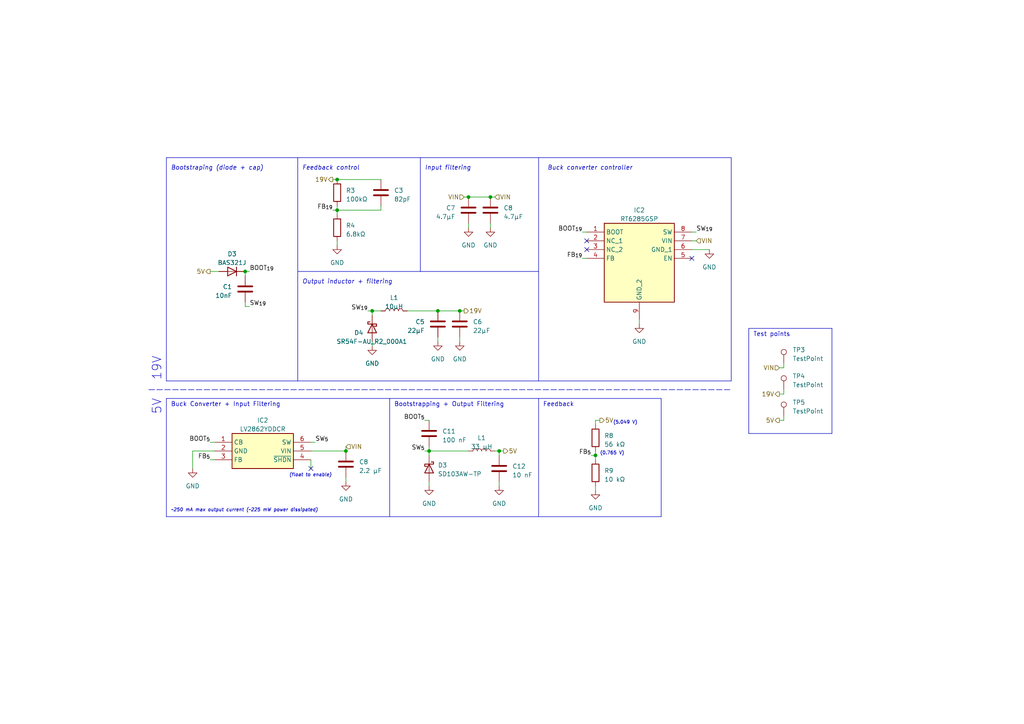
<source format=kicad_sch>
(kicad_sch (version 20230121) (generator eeschema)
  (paper "A4")
  (title_block (title "Buck Convertors") (date "2023-11-17") (rev "v1") (company "UT RoboMasters"))
  (lib_symbols
    (symbol "Connector:TestPoint" (pin_numbers hide) (pin_names (offset 0.762) hide)
      (property "Reference" "TP" (at 0 6.858 0))
      (property "Value" "TestPoint" (at 0 5.08 0))
      (symbol "TestPoint_0_1"
        (circle (center 0 3.302) (radius 0.762))
      )
      (symbol "TestPoint_1_1"
        (pin passive line (at 0 0 90) (length 2.54) (name "1") (number "1"))
      )
    )
    (symbol "Device:C" (pin_numbers hide) (pin_names (offset 0.254))
      (property "Reference" "C" (at 0.635 2.54 0))
      (property "Value" "C" (at 0.635 -2.54 0))
      (symbol "C_0_1"
        (polyline (pts (xy -2.032 -0.762) (xy 2.032 -0.762)) (stroke (width 0.508)))
        (polyline (pts (xy -2.032 0.762) (xy 2.032 0.762)) (stroke (width 0.508)))
      )
      (symbol "C_1_1"
        (pin passive line (at 0 3.81 270) (length 2.794) (name "~") (number "1"))
        (pin passive line (at 0 -3.81 90) (length 2.794) (name "~") (number "2"))
      )
    )
    (symbol "Device:D" (pin_numbers hide) (pin_names (offset 1.016) hide)
      (property "Reference" "D" (at 0 2.54 0))
      (property "Value" "D" (at 0 -2.54 0))
      (symbol "D_0_1"
        (polyline (pts (xy -1.27 1.27) (xy -1.27 -1.27)) (stroke (width 0.254)))
        (polyline (pts (xy 1.27 0) (xy -1.27 0)))
        (polyline (pts (xy 1.27 1.27) (xy 1.27 -1.27) (xy -1.27 0) (xy 1.27 1.27)) (stroke (width 0.254)))
      )
      (symbol "D_1_1"
        (pin passive line (at -3.81 0 0) (length 2.54) (name "K") (number "1"))
        (pin passive line (at 3.81 0 180) (length 2.54) (name "A") (number "2"))
      )
    )
    (symbol "Device:D_Schottky" (pin_numbers hide) (pin_names (offset 1.016) hide)
      (property "Reference" "D" (at 0 2.54 0))
      (property "Value" "D_Schottky" (at 0 -2.54 0))
      (symbol "D_Schottky_0_1"
        (polyline (pts (xy 1.27 0) (xy -1.27 0)))
        (polyline (pts (xy 1.27 1.27) (xy 1.27 -1.27) (xy -1.27 0) (xy 1.27 1.27)) (stroke (width 0.254)))
        (polyline (pts (xy -1.905 0.635) (xy -1.905 1.27) (xy -1.27 1.27) (xy -1.27 -1.27) (xy -0.635 -1.27) (xy -0.635 -0.635)) (stroke (width 0.254)))
      )
      (symbol "D_Schottky_1_1"
        (pin passive line (at -3.81 0 0) (length 2.54) (name "K") (number "1"))
        (pin passive line (at 3.81 0 180) (length 2.54) (name "A") (number "2"))
      )
    )
    (symbol "Device:L" (pin_numbers hide) (pin_names (offset 1.016) hide)
      (property "Reference" "L" (at -1.27 0 90))
      (property "Value" "L" (at 1.905 0 90))
      (symbol "L_0_1"
        (arc (start 0 -2.54) (mid 0.6323 -1.905) (end 0 -1.27))
        (arc (start 0 -1.27) (mid 0.6323 -0.635) (end 0 0))
        (arc (start 0 0) (mid 0.6323 0.635) (end 0 1.27))
        (arc (start 0 1.27) (mid 0.6323 1.905) (end 0 2.54))
      )
      (symbol "L_1_1"
        (pin passive line (at 0 3.81 270) (length 1.27) (name "1") (number "1"))
        (pin passive line (at 0 -3.81 90) (length 1.27) (name "2") (number "2"))
      )
    )
    (symbol "Device:R" (pin_numbers hide) (pin_names (offset 0))
      (property "Reference" "R" (at 2.032 0 90))
      (property "Value" "R" (at 0 0 90))
      (symbol "R_0_1"
        (rectangle (start -1.016 -2.54) (end 1.016 2.54) (stroke (width 0.254)))
      )
      (symbol "R_1_1"
        (pin passive line (at 0 3.81 270) (length 1.27) (name "~") (number "1"))
        (pin passive line (at 0 -3.81 90) (length 1.27) (name "~") (number "2"))
      )
    )
    (symbol "Robomaster_Library:RT6285GSP"
      (property "Reference" "IC" (at 26.67 7.62 0))
      (property "Value" "RT6285GSP" (at 26.67 5.08 0))
      (symbol "RT6285GSP_1_1"
        (rectangle (start 5.08 2.54) (end 25.4 -20.32) (stroke (width 0.254)) (fill (type background)))
        (pin passive line (at 0 0 0) (length 5.08) (name "BOOT") (number "1"))
        (pin passive line (at 0 -2.54 0) (length 5.08) (name "NC_1") (number "2"))
        (pin passive line (at 0 -5.08 0) (length 5.08) (name "NC_2") (number "3"))
        (pin passive line (at 0 -7.62 0) (length 5.08) (name "FB") (number "4"))
        (pin passive line (at 30.48 -7.62 180) (length 5.08) (name "EN") (number "5"))
        (pin passive line (at 30.48 -5.08 180) (length 5.08) (name "GND_1") (number "6"))
        (pin passive line (at 30.48 -2.54 180) (length 5.08) (name "VIN") (number "7"))
        (pin passive line (at 30.48 0 180) (length 5.08) (name "SW") (number "8"))
        (pin passive line (at 15.24 -25.4 90) (length 5.08) (name "GND_2") (number "9"))
      )
    )
    (symbol "_LHRE_ICs:LV2862YDDCR"
      (property "Reference" "IC" (at 24.13 7.62 0))
      (property "Value" "LV2862YDDCR" (at 24.13 5.08 0))
      (symbol "LV2862YDDCR_1_1"
        (rectangle (start 5.08 2.54) (end 22.86 -7.62) (stroke (width 0.254)) (fill (type background)))
        (pin passive line (at 0 0 0) (length 5.08) (name "CB") (number "1"))
        (pin passive line (at 0 -2.54 0) (length 5.08) (name "GND") (number "2"))
        (pin passive line (at 0 -5.08 0) (length 5.08) (name "FB") (number "3"))
        (pin passive line (at 27.94 -5.08 180) (length 5.08) (name "~{SHDN}") (number "4"))
        (pin passive line (at 27.94 -2.54 180) (length 5.08) (name "VIN") (number "5"))
        (pin passive line (at 27.94 0 180) (length 5.08) (name "SW") (number "6"))
      )
    )
    (symbol "power:GND" (power) (pin_names (offset 0))
      (property "Value" "GND" (at 0 -3.81 0))
      (symbol "GND_0_1"
        (polyline (pts (xy 0 0) (xy 0 -1.27) (xy 1.27 -1.27) (xy 0 -2.54) (xy -1.27 -1.27) (xy 0 -1.27)))
      )
      (symbol "GND_1_1"
        (pin power_in line (at 0 0 270) (length 0) hide (name "GND") (number "1"))
      )
    )
  )
  (junction (at 100.33 130.81))
  (junction (at 127 90.17))
  (junction (at 135.89 57.15))
  (junction (at 97.79 60.96))
  (junction (at 71.12 78.74))
  (junction (at 144.78 130.81))
  (junction (at 107.95 90.17))
  (junction (at 142.24 57.15))
  (junction (at 97.79 52.07))
  (junction (at 172.72 132.08))
  (junction (at 124.46 130.81))
  (junction (at 133.35 90.17))
  (no_connect (at 170.18 69.85))
  (no_connect (at 90.17 135.89))
  (no_connect (at 200.66 74.93))
  (no_connect (at 170.18 72.39))
  (wire (pts (xy 60.96 128.27) (xy 62.23 128.27)))
  (polyline (pts (xy 48.26 45.72) (xy 48.26 110.49)))
  (polyline (pts (xy 217.17 95.25) (xy 217.17 125.73)))
  (wire (pts (xy 90.17 135.89) (xy 90.17 133.35)))
  (wire (pts (xy 90.17 128.27) (xy 91.44 128.27)))
  (wire (pts (xy 110.49 52.07) (xy 97.79 52.07)))
  (wire (pts (xy 110.49 60.96) (xy 110.49 59.69)))
  (wire (pts (xy 71.12 80.01) (xy 71.12 78.74)))
  (wire (pts (xy 60.96 133.35) (xy 62.23 133.35)))
  (polyline (pts (xy 241.3 95.25) (xy 241.3 125.73)))
  (polyline (pts (xy 212.09 45.72) (xy 212.09 110.49)))
  (wire (pts (xy 227.33 105.41) (xy 227.33 106.68)))
  (wire (pts (xy 142.24 57.15) (xy 143.51 57.15)))
  (wire (pts (xy 133.35 90.17) (xy 134.62 90.17)))
  (wire (pts (xy 185.42 92.71) (xy 185.42 93.98)))
  (wire (pts (xy 171.45 132.08) (xy 172.72 132.08)))
  (wire (pts (xy 124.46 129.54) (xy 124.46 130.81)))
  (wire (pts (xy 134.62 57.15) (xy 135.89 57.15)))
  (polyline (pts (xy 191.77 115.57) (xy 191.77 149.86)))
  (wire (pts (xy 106.68 90.17) (xy 107.95 90.17)))
  (wire (pts (xy 135.89 64.77) (xy 135.89 66.04)))
  (polyline (pts (xy 121.92 45.72) (xy 121.92 78.74)))
  (wire (pts (xy 127 90.17) (xy 133.35 90.17)))
  (wire (pts (xy 200.66 67.31) (xy 201.93 67.31)))
  (wire (pts (xy 143.51 130.81) (xy 144.78 130.81)))
  (polyline (pts (xy 86.36 45.72) (xy 86.36 110.49)))
  (wire (pts (xy 123.19 130.81) (xy 124.46 130.81)))
  (polyline (pts (xy 43.18 113.03) (xy 212.09 113.03)) (stroke (width 0) (type dash)))
  (wire (pts (xy 100.33 138.43) (xy 100.33 139.7)))
  (wire (pts (xy 227.33 121.92) (xy 226.06 121.92)))
  (wire (pts (xy 200.66 69.85) (xy 201.93 69.85)))
  (wire (pts (xy 124.46 130.81) (xy 135.89 130.81)))
  (wire (pts (xy 63.5 78.74) (xy 60.96 78.74)))
  (wire (pts (xy 227.33 113.03) (xy 227.33 114.3)))
  (wire (pts (xy 227.33 114.3) (xy 226.06 114.3)))
  (wire (pts (xy 97.79 60.96) (xy 97.79 62.23)))
  (polyline (pts (xy 48.26 115.57) (xy 48.26 149.86)))
  (polyline (pts (xy 113.03 115.57) (xy 113.03 149.86)))
  (wire (pts (xy 107.95 90.17) (xy 110.49 90.17)))
  (wire (pts (xy 124.46 130.81) (xy 124.46 132.08)))
  (wire (pts (xy 97.79 60.96) (xy 97.79 59.69)))
  (wire (pts (xy 118.11 90.17) (xy 127 90.17)))
  (polyline (pts (xy 191.77 149.86) (xy 48.26 149.86)))
  (polyline (pts (xy 48.26 45.72) (xy 212.09 45.72)))
  (wire (pts (xy 135.89 57.15) (xy 142.24 57.15)))
  (polyline (pts (xy 86.36 78.74) (xy 156.21 78.74)))
  (wire (pts (xy 133.35 97.79) (xy 133.35 99.06)))
  (wire (pts (xy 107.95 90.17) (xy 107.95 91.44)))
  (wire (pts (xy 71.12 88.9) (xy 71.12 87.63)))
  (wire (pts (xy 124.46 139.7) (xy 124.46 140.97)))
  (wire (pts (xy 100.33 129.54) (xy 100.33 130.81)))
  (wire (pts (xy 144.78 139.7) (xy 144.78 140.97)))
  (wire (pts (xy 97.79 69.85) (xy 97.79 71.12)))
  (wire (pts (xy 123.19 121.92) (xy 124.46 121.92)))
  (wire (pts (xy 227.33 106.68) (xy 226.06 106.68)))
  (wire (pts (xy 96.52 60.96) (xy 97.79 60.96)))
  (wire (pts (xy 107.95 99.06) (xy 107.95 100.33)))
  (polyline (pts (xy 156.21 115.57) (xy 156.21 149.86)))
  (wire (pts (xy 172.72 130.81) (xy 172.72 132.08)))
  (wire (pts (xy 96.52 52.07) (xy 97.79 52.07)))
  (polyline (pts (xy 212.09 110.49) (xy 48.26 110.49)))
  (wire (pts (xy 72.39 78.74) (xy 71.12 78.74)))
  (wire (pts (xy 227.33 120.65) (xy 227.33 121.92)))
  (polyline (pts (xy 217.17 95.25) (xy 241.3 95.25)))
  (wire (pts (xy 200.66 72.39) (xy 205.74 72.39)))
  (wire (pts (xy 172.72 121.92) (xy 172.72 123.19)))
  (wire (pts (xy 173.99 121.92) (xy 172.72 121.92)))
  (wire (pts (xy 55.88 130.81) (xy 55.88 135.89)))
  (wire (pts (xy 168.91 74.93) (xy 170.18 74.93)))
  (polyline (pts (xy 241.3 125.73) (xy 217.17 125.73)))
  (wire (pts (xy 127 97.79) (xy 127 99.06)))
  (polyline (pts (xy 48.26 115.57) (xy 191.77 115.57)))
  (wire (pts (xy 172.72 132.08) (xy 172.72 133.35)))
  (wire (pts (xy 90.17 130.81) (xy 100.33 130.81)))
  (polyline (pts (xy 156.21 45.72) (xy 156.21 110.49)))
  (wire (pts (xy 168.91 67.31) (xy 170.18 67.31)))
  (wire (pts (xy 62.23 130.81) (xy 55.88 130.81)))
  (wire (pts (xy 97.79 60.96) (xy 110.49 60.96)))
  (wire (pts (xy 142.24 64.77) (xy 142.24 66.04)))
  (wire (pts (xy 172.72 140.97) (xy 172.72 142.24)))
  (wire (pts (xy 144.78 130.81) (xy 144.78 132.08)))
  (wire (pts (xy 72.39 88.9) (xy 71.12 88.9)))
  (wire (pts (xy 144.78 130.81) (xy 146.05 130.81)))
  (text "(float to enable)" (at 83.82 138.43 0) (effects (font (size 0.96 0.96) italic) (justify left bottom)))
  (text "Buck converter controller" (at 158.75 49.53 0) (effects (font (size 1.27 1.27) italic) (justify left bottom)))
  (text "5V" (at 46.99 115.57 90) (effects (font (size 2.54 2.54)) (justify right bottom)))
  (text "Output inductor + filtering" (at 87.63 82.55 0) (effects (font (size 1.27 1.27) italic) (justify left bottom)))
  (text "19V" (at 46.99 110.49 90) (effects (font (size 2.54 2.54)) (justify left bottom)))
  (text "(5.049 V)" (at 177.8 123.19 0) (effects (font (size 0.96 0.96)) (justify left bottom)))
  (text "Bootstraping (diode + cap)" (at 49.53 49.53 0) (effects (font (size 1.27 1.27) italic) (justify left bottom)))
  (text "Bootstrapping + Output Filtering" (at 114.3 118.11 0) (effects (font (size 1.27 1.27)) (justify left bottom)))
  (text "Input filtering" (at 123.19 49.53 0) (effects (font (size 1.27 1.27) italic) (justify left bottom)))
  (text "Feedback control" (at 87.63 49.53 0) (effects (font (size 1.27 1.27) italic) (justify left bottom)))
  (text "Feedback" (at 157.48 118.11 0) (effects (font (size 1.27 1.27)) (justify left bottom)))
  (text "Buck Converter + Input Filtering" (at 49.53 118.11 0) (effects (font (size 1.27 1.27)) (justify left bottom)))
  (text "(0.765 V)" (at 173.99 132.08 0) (effects (font (size 0.96 0.96)) (justify left bottom)))
  (text "Test points" (at 218.44 97.79 0) (effects (font (size 1.27 1.27)) (justify left bottom)))
  (text "~250 mA max output current (~225 mW power dissipated)" (at 49.53 148.59 0) (effects (font (size 0.96 0.96) italic) (justify left bottom)))
  (label "BOOT_{5}" (at 123.19 121.92 180))
  (label "BOOT_{19}" (at 168.91 67.31 180))
  (label "FB_{19}" (at 96.52 60.96 180))
  (label "SW_{19}" (at 72.39 88.9 0))
  (label "SW_{19}" (at 106.68 90.17 180))
  (label "FB_{5}" (at 171.45 132.08 180))
  (label "SW_{19}" (at 201.93 67.31 0))
  (label "BOOT_{19}" (at 72.39 78.74 0))
  (label "SW_{5}" (at 91.44 128.27 0))
  (label "BOOT_{5}" (at 60.96 128.27 180))
  (label "FB_{5}" (at 60.96 133.35 180))
  (label "SW_{5}" (at 123.19 130.81 180))
  (label "FB_{19}" (at 168.91 74.93 180))
  (hierarchical_label "VIN" (shape input) (at 134.62 57.15 180))
  (hierarchical_label "5V" (shape output) (at 146.05 130.81 0))
  (hierarchical_label "VIN" (shape input) (at 100.33 129.54 0))
  (hierarchical_label "5V" (shape output) (at 173.99 121.92 0))
  (hierarchical_label "19V" (shape output) (at 134.62 90.17 0))
  (hierarchical_label "VIN" (shape input) (at 201.93 69.85 0))
  (hierarchical_label "19V" (shape output) (at 96.52 52.07 180))
  (hierarchical_label "19V" (shape output) (at 226.06 114.3 180))
  (hierarchical_label "5V" (shape output) (at 226.06 121.92 180))
  (hierarchical_label "VIN" (shape input) (at 226.06 106.68 180))
  (hierarchical_label "VIN" (shape input) (at 143.51 57.15 0))
  (hierarchical_label "5V" (shape output) (at 60.96 78.74 180))
  (symbol (lib_id "Robomaster_Library:RT6285GSP") (at 170.18 67.31 0) (unit 1)
    (property "Reference" "IC2" (at 185.42 60.96 0))
    (property "Value" "RT6285GSP" (at 185.42 63.5 0))
    (property "Footprint" "Robomaster_ICs:SOIC127P600X175-9N" (effects hide))
    (property "Datasheet" "https://www.richtek.com/assets/product_file/RT6285/DS6285-00.pdf" (effects hide))
    (property "Height" "1.753" (effects hide))
    (property "Mouser Part Number" "835-RT6285GSP" (effects hide))
    (property "Mouser Price/Stock" "https://www.mouser.co.uk/ProductDetail/Richtek/RT6285GSP?qs=amGC7iS6iy9ag0U80PgEbw%3D%3D" (effects hide))
    (property "Manufacturer_Name" "RICHTEK" (effects hide))
    (property "Manufacturer_Part_Number" "RT6285GSP" (effects hide))
  )
  (symbol (lib_id "power:GND") (at 135.89 66.04 0) (unit 1)
    (property "Reference" "#PWR027" (effects hide))
    (property "Value" "GND" (at 135.89 71.12 0))
  )
  (symbol (lib_id "Device:C") (at 142.24 60.96 0) (unit 1)
    (property "Reference" "C8" (at 146.05 60.325 0) (effects (justify left)))
    (property "Value" "4.7µF" (at 146.05 62.865 0) (effects (justify left)))
    (property "Footprint" "Capacitor_SMD:C_0603_1608Metric_Pad1.08x0.95mm_HandSolder" (effects hide))
    (property "Datasheet" "https://www.mouser.com/datasheet/2/281/1/GRT188R6YA475KE13_01A-3158664.pdf" (effects hide))
  )
  (symbol (lib_id "Device:C") (at 110.49 55.88 0) (unit 1)
    (property "Reference" "C3" (at 114.3 55.245 0) (effects (justify left)))
    (property "Value" "82pF" (at 114.3 57.785 0) (effects (justify left)))
    (property "Footprint" "Capacitor_SMD:C_0603_1608Metric_Pad1.08x0.95mm_HandSolder" (effects hide))
    (property "Datasheet" "https://www.mouser.com/datasheet/2/281/1/GCM1885C2A820JA16_01A-3143285.pdf" (effects hide))
  )
  (symbol (lib_id "Device:R") (at 97.79 66.04 0) (unit 1)
    (property "Reference" "R4" (at 100.33 65.405 0) (effects (justify left)))
    (property "Value" "6.8kΩ" (at 100.33 67.945 0) (effects (justify left)))
    (property "Footprint" "Resistor_SMD:R_0603_1608Metric_Pad0.98x0.95mm_HandSolder" (effects hide))
  )
  (symbol (lib_id "Device:D_Schottky") (at 107.95 95.25 90) (mirror x) (unit 1)
    (property "Reference" "D4" (at 105.41 96.52 90) (effects (justify left)))
    (property "Value" "SR54F-AU_R2_000A1" (at 118.11 99.06 90) (effects (justify left)))
    (property "Footprint" "Robomaster_ICs:SODFL5336X110N" (effects hide))
    (property "Sim.Device" "D" (effects hide))
    (property "Sim.Pins" "1=K 2=A" (effects hide))
  )
  (symbol (lib_id "Device:L") (at 114.3 90.17 90) (unit 1)
    (property "Reference" "L1" (at 114.3 86.36 90))
    (property "Value" "10µH" (at 114.3 88.9 90))
    (property "Footprint" "Robomaster_ICs:MPLAL6060100" (effects hide))
    (property "Datasheet" "https://www.mouser.com/datasheet/2/277/MPL_AL6060_100-2946374.pdf" (effects hide))
  )
  (symbol (lib_id "power:GND") (at 124.46 140.97 0) (unit 1)
    (property "Reference" "#PWR038" (effects hide))
    (property "Value" "GND" (at 124.46 146.05 0))
    (instances (project "UnsprungDynamicsModule" (path "" (reference "#PWR038") (unit 1))) (project "Chassis" (path "" (reference "#PWR024") (unit 1))))
  )
  (symbol (lib_id "Device:C") (at 71.12 83.82 0) (mirror y) (unit 1)
    (property "Reference" "C1" (at 67.31 83.185 0) (effects (justify left)))
    (property "Value" "10nF" (at 67.31 85.725 0) (effects (justify left)))
    (property "Footprint" "Capacitor_SMD:C_0603_1608Metric_Pad1.08x0.95mm_HandSolder" (effects hide))
    (property "Datasheet" "https://www.mouser.com/datasheet/2/447/KEM_C1002_X7R_SMD-3316098.pdf" (effects hide))
  )
  (symbol (lib_id "Device:R") (at 172.72 127 180) (unit 1)
    (property "Reference" "R8" (at 175.26 126.365 0) (effects (justify right)))
    (property "Value" "56 kΩ" (at 175.26 128.905 0) (effects (justify right)))
    (property "Footprint" "Resistor_SMD:R_0603_1608Metric_Pad0.98x0.95mm_HandSolder" (effects hide))
    (instances (project "UnsprungDynamicsModule" (path "" (reference "R8") (unit 1))) (project "Chassis" (path "" (reference "R5") (unit 1))))
  )
  (symbol (lib_id "power:GND") (at 144.78 140.97 0) (unit 1)
    (property "Reference" "#PWR039" (effects hide))
    (property "Value" "GND" (at 144.78 146.05 0))
    (instances (project "UnsprungDynamicsModule" (path "" (reference "#PWR039") (unit 1))) (project "Chassis" (path "" (reference "#PWR029") (unit 1))))
  )
  (symbol (lib_id "Device:C") (at 135.89 60.96 0) (mirror y) (unit 1)
    (property "Reference" "C7" (at 132.08 60.325 0) (effects (justify left)))
    (property "Value" "4.7µF" (at 132.08 62.865 0) (effects (justify left)))
    (property "Footprint" "Capacitor_SMD:C_0603_1608Metric_Pad1.08x0.95mm_HandSolder" (effects hide))
    (property "Datasheet" "https://www.mouser.com/datasheet/2/281/1/GRT188R6YA475KE13_01A-3158664.pdf" (effects hide))
  )
  (symbol (lib_id "power:GND") (at 97.79 71.12 0) (unit 1)
    (property "Reference" "#PWR020" (effects hide))
    (property "Value" "GND" (at 97.79 76.2 0))
  )
  (symbol (lib_id "power:GND") (at 185.42 93.98 0) (unit 1)
    (property "Reference" "#PWR032" (effects hide))
    (property "Value" "GND" (at 185.42 99.06 0))
  )
  (symbol (lib_id "Device:C") (at 144.78 135.89 0) (unit 1)
    (property "Reference" "C12" (at 148.59 135.255 0) (effects (justify left)))
    (property "Value" "10 nF" (at 148.59 137.795 0) (effects (justify left)))
    (property "Footprint" "Capacitor_SMD:C_0603_1608Metric_Pad1.08x0.95mm_HandSolder" (effects hide))
    (instances (project "UnsprungDynamicsModule" (path "" (reference "C12") (unit 1))) (project "Chassis" (path "" (reference "C9") (unit 1))))
  )
  (symbol (lib_id "Device:C") (at 127 93.98 0) (mirror y) (unit 1)
    (property "Reference" "C5" (at 123.19 93.345 0) (effects (justify left)))
    (property "Value" "22µF" (at 123.19 95.885 0) (effects (justify left)))
    (property "Footprint" "Capacitor_SMD:C_0603_1608Metric_Pad1.08x0.95mm_HandSolder" (effects hide))
    (property "Datasheet" "https://www.mouser.com/datasheet/2/585/MLCC-1837944.pdf" (effects hide))
  )
  (symbol (lib_id "Device:D") (at 67.31 78.74 180) (unit 1)
    (property "Reference" "D3" (at 67.31 73.66 0))
    (property "Value" "BAS321J" (at 67.31 76.2 0))
    (property "Footprint" "Diode_SMD:D_SOD-323F" (effects hide))
    (property "Datasheet" "https://www.mouser.com/datasheet/2/916/BAS321J-1370681.pdf" (effects hide))
    (property "Sim.Device" "D" (effects hide))
    (property "Sim.Pins" "1=K 2=A" (effects hide))
  )
  (symbol (lib_id "Connector:TestPoint") (at 227.33 113.03 0) (unit 1)
    (property "Reference" "TP4" (at 229.87 109.093 0) (effects (justify left)))
    (property "Value" "TestPoint" (at 229.87 111.633 0) (effects (justify left)))
    (property "Footprint" "TestPoint:TestPoint_Pad_2.0x2.0mm" (effects hide))
  )
  (symbol (lib_id "Device:C") (at 133.35 93.98 0) (unit 1)
    (property "Reference" "C6" (at 137.16 93.345 0) (effects (justify left)))
    (property "Value" "22µF" (at 137.16 95.885 0) (effects (justify left)))
    (property "Footprint" "Capacitor_SMD:C_0603_1608Metric_Pad1.08x0.95mm_HandSolder" (effects hide))
    (property "Datasheet" "https://www.mouser.com/datasheet/2/585/MLCC-1837944.pdf" (effects hide))
  )
  (symbol (lib_id "power:GND") (at 133.35 99.06 0) (unit 1)
    (property "Reference" "#PWR026" (effects hide))
    (property "Value" "GND" (at 133.35 104.14 0))
  )
  (symbol (lib_id "Device:R") (at 97.79 55.88 0) (unit 1)
    (property "Reference" "R3" (at 100.33 55.245 0) (effects (justify left)))
    (property "Value" "100kΩ" (at 100.33 57.785 0) (effects (justify left)))
    (property "Footprint" "Resistor_SMD:R_0603_1608Metric_Pad0.98x0.95mm_HandSolder" (effects hide))
  )
  (symbol (lib_id "power:GND") (at 142.24 66.04 0) (unit 1)
    (property "Reference" "#PWR028" (effects hide))
    (property "Value" "GND" (at 142.24 71.12 0))
  )
  (symbol (lib_id "Device:R") (at 172.72 137.16 0) (unit 1)
    (property "Reference" "R9" (at 175.26 136.525 0) (effects (justify left)))
    (property "Value" "10 kΩ" (at 175.26 139.065 0) (effects (justify left)))
    (property "Footprint" "Resistor_SMD:R_0603_1608Metric_Pad0.98x0.95mm_HandSolder" (effects hide))
    (instances (project "UnsprungDynamicsModule" (path "" (reference "R9") (unit 1))) (project "Chassis" (path "" (reference "R6") (unit 1))))
  )
  (symbol (lib_id "power:GND") (at 172.72 142.24 0) (unit 1)
    (property "Reference" "#PWR041" (effects hide))
    (property "Value" "GND" (at 172.72 147.32 0))
    (instances (project "UnsprungDynamicsModule" (path "" (reference "#PWR041") (unit 1))) (project "Chassis" (path "" (reference "#PWR031") (unit 1))))
  )
  (symbol (lib_id "_LHRE_ICs:LV2862YDDCR") (at 62.23 128.27 0) (unit 1)
    (property "Reference" "IC2" (at 76.2 121.92 0))
    (property "Value" "LV2862YDDCR" (at 76.2 124.46 0))
    (property "Footprint" "Robomaster_ICs:SOT95P280X110-6N" (effects hide))
    (property "Datasheet" "https://www.ti.com/lit/ds/symlink/lv2862.pdf?ts=1599813769524&ref_url=https%253A%252F%252Fwww.mouser.in%252F" (effects hide))
    (property "Height" "1.1" (effects hide))
    (property "Mouser Part Number" "595-LV2862YDDCR" (effects hide))
    (property "Mouser Price/Stock" "https://www.mouser.co.uk/ProductDetail/Texas-Instruments/LV2862YDDCR?qs=XJu%252BLGjWfSBQUt0Wj8cHew%3D%3D" (effects hide))
    (property "Manufacturer_Name" "Texas Instruments" (effects hide))
    (property "Manufacturer_Part_Number" "LV2862YDDCR" (effects hide))
    (instances (project "UnsprungDynamicsModule" (path "" (reference "IC2") (unit 1))) (project "Chassis" (path "" (reference "IC1") (unit 1))))
  )
  (symbol (lib_id "Connector:TestPoint") (at 227.33 105.41 0) (unit 1)
    (property "Reference" "TP3" (at 229.87 101.473 0) (effects (justify left)))
    (property "Value" "TestPoint" (at 229.87 104.013 0) (effects (justify left)))
    (property "Footprint" "TestPoint:TestPoint_Pad_2.0x2.0mm" (effects hide))
  )
  (symbol (lib_id "Device:L") (at 139.7 130.81 90) (unit 1)
    (property "Reference" "L1" (at 139.7 127 90))
    (property "Value" "33 μH" (at 139.7 129.54 90))
    (property "Footprint" "Inductor_SMD:L_Murata_LQH2MCNxxxx02_2.0x1.6mm" (effects hide))
    (property "Datasheet" "https://www.we-online.com/components/products/datasheet/74404024330.pdf" (effects hide))
    (instances (project "UnsprungDynamicsModule" (path "" (reference "L1") (unit 1))) (project "Chassis" (path "" (reference "L2") (unit 1))))
  )
  (symbol (lib_id "Device:C") (at 100.33 134.62 0) (unit 1)
    (property "Reference" "C8" (at 104.14 133.985 0) (effects (justify left)))
    (property "Value" "2.2 μF" (at 104.14 136.525 0) (effects (justify left)))
    (property "Footprint" "Capacitor_SMD:C_0603_1608Metric_Pad1.08x0.95mm_HandSolder" (effects hide))
    (property "Datasheet" "https://www.mouser.com/datasheet/2/585/MLCC-1837944.pdf" (effects hide))
    (instances (project "UnsprungDynamicsModule" (path "" (reference "C8") (unit 1))) (project "Chassis" (path "" (reference "C2") (unit 1))))
  )
  (symbol (lib_id "power:GND") (at 127 99.06 0) (unit 1)
    (property "Reference" "#PWR025" (effects hide))
    (property "Value" "GND" (at 127 104.14 0))
  )
  (symbol (lib_id "power:GND") (at 107.95 100.33 0) (unit 1)
    (property "Reference" "#PWR023" (effects hide))
    (property "Value" "GND" (at 107.95 105.41 0))
  )
  (symbol (lib_id "Connector:TestPoint") (at 227.33 120.65 0) (unit 1)
    (property "Reference" "TP5" (at 229.87 116.713 0) (effects (justify left)))
    (property "Value" "TestPoint" (at 229.87 119.253 0) (effects (justify left)))
    (property "Footprint" "TestPoint:TestPoint_Pad_2.0x2.0mm" (effects hide))
  )
  (symbol (lib_id "Device:C") (at 124.46 125.73 0) (unit 1)
    (property "Reference" "C11" (at 128.27 125.095 0) (effects (justify left)))
    (property "Value" "100 nF" (at 128.27 127.635 0) (effects (justify left)))
    (property "Footprint" "Capacitor_SMD:C_0603_1608Metric_Pad1.08x0.95mm_HandSolder" (effects hide))
    (property "Datasheet" "https://www.mouser.com/datasheet/2/585/MLCC-1837944.pdf" (effects hide))
    (instances (project "UnsprungDynamicsModule" (path "" (reference "C11") (unit 1))) (project "Chassis" (path "" (reference "C4") (unit 1))))
  )
  (symbol (lib_id "power:GND") (at 55.88 135.89 0) (unit 1)
    (property "Reference" "#PWR031" (effects hide))
    (property "Value" "GND" (at 55.88 140.97 0))
    (instances (project "UnsprungDynamicsModule" (path "" (reference "#PWR031") (unit 1))) (project "Chassis" (path "" (reference "#PWR019") (unit 1))))
  )
  (symbol (lib_id "power:GND") (at 205.74 72.39 0) (unit 1)
    (property "Reference" "#PWR033" (effects hide))
    (property "Value" "GND" (at 205.74 77.47 0))
  )
  (symbol (lib_id "power:GND") (at 100.33 139.7 0) (unit 1)
    (property "Reference" "#PWR035" (effects hide))
    (property "Value" "GND" (at 100.33 144.78 0))
    (instances (project "UnsprungDynamicsModule" (path "" (reference "#PWR035") (unit 1))) (project "Chassis" (path "" (reference "#PWR022") (unit 1))))
  )
  (symbol (lib_id "Device:D_Schottky") (at 124.46 135.89 270) (unit 1)
    (property "Reference" "D3" (at 127 134.9375 90) (effects (justify left)))
    (property "Value" "SD103AW-TP" (at 127 137.4775 90) (effects (justify left)))
    (property "Footprint" "Diode_SMD:D_SOD-123" (effects hide))
    (property "Datasheet" "https://www.mouser.com/datasheet/2/258/SD103AW_SD103CW_SOD_123_-2510757.pdf" (effects hide))
    (instances (project "UnsprungDynamicsModule" (path "" (reference "D3") (unit 1))) (project "Chassis" (path "" (reference "D5") (unit 1))))
  )
)
</source>
